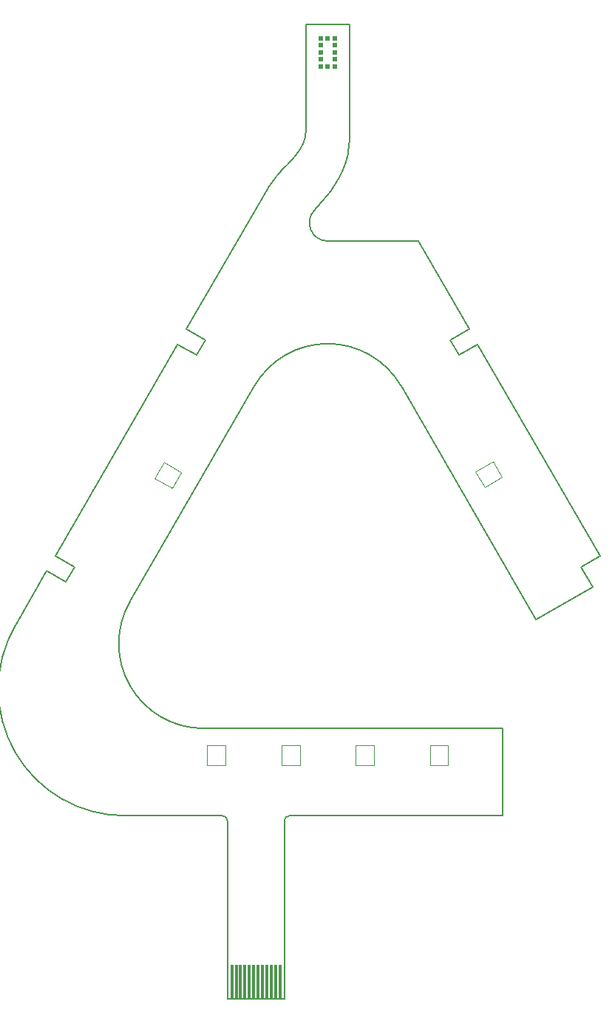
<source format=gtp>
G04*
G04 #@! TF.GenerationSoftware,Altium Limited,Altium Designer,19.0.12 (326)*
G04*
G04 Layer_Color=8421504*
%FSLAX44Y44*%
%MOMM*%
G71*
G01*
G75*
%ADD13C,0.1270*%
%ADD14C,0.0500*%
%ADD15C,0.0500*%
%ADD16R,0.3000X4.0000*%
%ADD17R,0.5000X0.5000*%
%ADD18R,0.5000X0.5800*%
D13*
X71033Y210000D02*
G03*
X65000Y203904I31J-6065D01*
G01*
X0Y203812D02*
G03*
X-5942Y210000I-6065J123D01*
G01*
X-111533Y455503D02*
G03*
X-27532Y310000I84003J-48502D01*
G01*
X198813Y702019D02*
G03*
X30804Y702023I-84006J-48498D01*
G01*
X100117Y903997D02*
G03*
X114813Y867997I14697J-15000D01*
G01*
X100117Y903997D02*
G03*
X118069Y924838I-112752J115276D01*
G01*
X86550Y979398D02*
G03*
X88952Y986455I-34722J15755D01*
G01*
X55905Y941923D02*
G03*
X46385Y928999I62227J-55807D01*
G01*
X127940Y940646D02*
G03*
X131966Y948976I-104630J55697D01*
G01*
X67301Y954122D02*
G03*
X72986Y960189I-226733J218176D01*
G01*
X137728Y966245D02*
G03*
X139816Y983996I-76944J18047D01*
G01*
X135260Y957526D02*
G03*
X137728Y966245I-88650J29809D01*
G01*
X118069Y924838D02*
G03*
X127940Y940646I-111894J80857D01*
G01*
X72986Y960189D02*
G03*
X78280Y966360I-96757J88364D01*
G01*
X131966Y948976D02*
G03*
X135260Y957526I-96690J42161D01*
G01*
X88952Y986455D02*
G03*
X89816Y993997I-32548J7551D01*
G01*
X78280Y966360D02*
G03*
X82897Y972731I-59537J48000D01*
G01*
D02*
G03*
X86550Y979398I-42719J27740D01*
G01*
X61512Y948065D02*
G03*
X55905Y941922I151760J-144153D01*
G01*
X-243169Y427506D02*
G03*
X-117601Y210003I125572J-72503D01*
G01*
X0Y0D02*
Y203812D01*
X65000Y0D02*
Y203904D01*
X0Y0D02*
X65000D01*
X353156Y434674D02*
X418158Y472087D01*
X198813Y702019D02*
X353156Y434674D01*
X405003Y494874D02*
X418158Y472087D01*
X405003Y494874D02*
X426654Y507374D01*
X286664Y749856D02*
X426654Y507374D01*
X218461Y867994D02*
X276665Y767177D01*
X255014Y754678D02*
X276665Y767177D01*
X265013Y737357D02*
X286664Y749856D01*
X255014Y754678D02*
X265013Y737357D01*
X114813Y867997D02*
X218461Y867994D01*
X139816Y983996D02*
X139816Y1003996D01*
X89816Y993997D02*
X89816Y1003997D01*
X61512Y948065D02*
X67301Y954122D01*
X-47044Y767185D02*
X46385Y928999D01*
X-47044Y767185D02*
X-25393Y754685D01*
X-35394Y737365D02*
X-25393Y754685D01*
X-57044Y749865D02*
X-35394Y737365D01*
X-197046Y507389D02*
X-57044Y749865D01*
X-111533Y455503D02*
X30804Y702023D01*
X-27532Y310000D02*
X314799Y309992D01*
X-243169Y427506D02*
X-207046Y490069D01*
X-185396Y477568D02*
X-175396Y494889D01*
X-197046Y507389D02*
X-175396Y494889D01*
X-207046Y490069D02*
X-185396Y477568D01*
X-117601Y210003D02*
X-5942Y210000D01*
X71033Y210000D02*
X314799D01*
Y309992D01*
X139816Y1003996D02*
Y1115996D01*
X89818D02*
X139816D01*
X89816Y1003997D02*
Y1115997D01*
D14*
X-23201Y290999D02*
X-2201D01*
Y267999D02*
Y290999D01*
X-23201Y267999D02*
X-2201D01*
X-23201D02*
Y290999D01*
X61796Y290997D02*
X82795D01*
Y267997D02*
Y290997D01*
X61796Y267997D02*
X82795D01*
X61796D02*
Y290997D01*
X146797Y291000D02*
X167797D01*
Y268001D02*
Y291000D01*
X146797Y268001D02*
X167797D01*
X146797D02*
Y291000D01*
X231799Y290993D02*
X252799D01*
Y267993D02*
Y290993D01*
X231799Y267993D02*
X252799D01*
X231799D02*
Y290993D01*
D15*
X-83224Y596373D02*
X-72785Y614503D01*
X-63292Y584897D02*
X-52853Y603027D01*
X-72785Y614503D02*
X-52853Y603027D01*
X-83224Y596373D02*
X-63292Y584897D01*
X304030Y615725D02*
X314469Y597595D01*
X284098Y604248D02*
X294537Y586119D01*
X284098Y604248D02*
X304030Y615725D01*
X294537Y586119D02*
X314469Y597595D01*
D16*
X15000Y20000D02*
D03*
X20000D02*
D03*
X25000D02*
D03*
X30000D02*
D03*
X35000D02*
D03*
X40000D02*
D03*
X45000D02*
D03*
X50000D02*
D03*
X55000D02*
D03*
X60000D02*
D03*
X10000D02*
D03*
X5000D02*
D03*
D17*
X114808Y1068072D02*
D03*
X122808D02*
D03*
Y1076072D02*
D03*
Y1084072D02*
D03*
Y1092072D02*
D03*
Y1100072D02*
D03*
X114808D02*
D03*
X106808D02*
D03*
Y1092072D02*
D03*
Y1084072D02*
D03*
Y1076072D02*
D03*
D18*
Y1067672D02*
D03*
M02*

</source>
